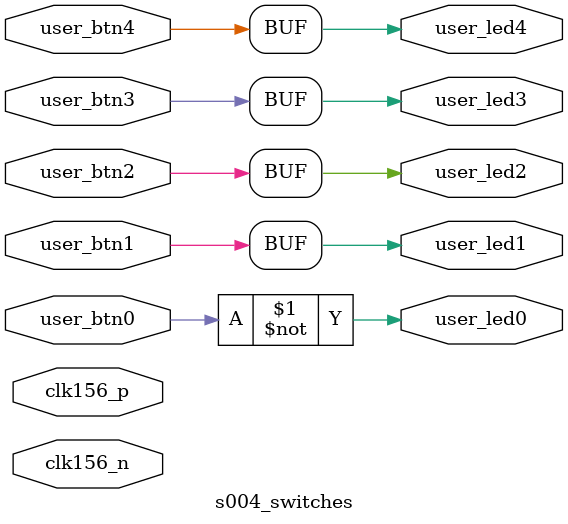
<source format=v>



module s004_switches (
	output wire user_led1,
	input  wire user_btn1,
	output wire user_led2,
	input  wire user_btn2,
	output wire user_led3,
	input  wire user_btn3,
	output wire user_led4,
	input  wire user_btn4,
	output wire user_led0,
	input  wire user_btn0,
	(* dont_touch = "true" *)	input  wire clk156_p,
	input  wire clk156_n
);


//------------------------------------------------------------------------------
// Signals
//------------------------------------------------------------------------------

wire sys_clk;
wire sys_rst;
wire por_clk;
wire clk_se;
reg  int_rst = 1'd1;

//------------------------------------------------------------------------------
// Combinatorial Logic
//------------------------------------------------------------------------------

assign user_led1 = user_btn1;
assign user_led2 = user_btn2;
assign user_led3 = user_btn3;
assign user_led4 = user_btn4;
assign user_led0 = (~user_btn0);
assign sys_clk = clk_se;
assign por_clk = clk_se;
assign sys_rst = int_rst;


//------------------------------------------------------------------------------
// Synchronous Logic
//------------------------------------------------------------------------------

always @(posedge por_clk) begin
	int_rst <= 1'd0;
end

always @(posedge sys_clk) begin
	if (sys_rst) begin
	end
end


//------------------------------------------------------------------------------
// Specialized Logic
//------------------------------------------------------------------------------

IBUFDS IBUFDS(
	.I(clk156_p),
	.IB(clk156_n),
	.O(clk_se)
);

endmodule

// -----------------------------------------------------------------------------
//  Auto-Generated by LiteX on 2022-05-17 00:07:26.
//------------------------------------------------------------------------------

</source>
